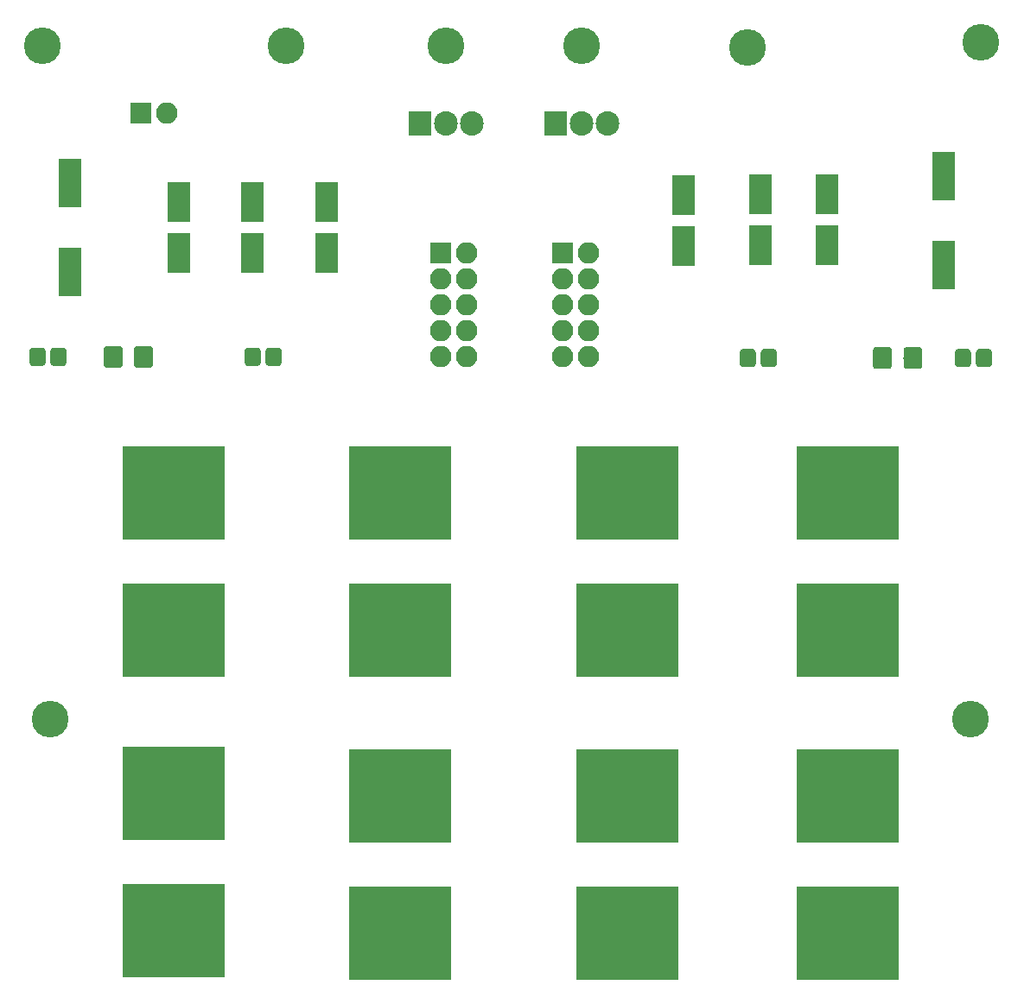
<source format=gbr>
G04 #@! TF.GenerationSoftware,KiCad,Pcbnew,(5.0.0-3-g5ebb6b6)*
G04 #@! TF.CreationDate,2019-02-06T10:52:08+00:00*
G04 #@! TF.ProjectId,AdjustablePSU,41646A75737461626C655053552E6B69,rev?*
G04 #@! TF.SameCoordinates,Original*
G04 #@! TF.FileFunction,Soldermask,Top*
G04 #@! TF.FilePolarity,Negative*
%FSLAX46Y46*%
G04 Gerber Fmt 4.6, Leading zero omitted, Abs format (unit mm)*
G04 Created by KiCad (PCBNEW (5.0.0-3-g5ebb6b6)) date Wednesday, 06 February 2019 at 10:52:08*
%MOMM*%
%LPD*%
G01*
G04 APERTURE LIST*
%ADD10R,2.305000X2.400000*%
%ADD11O,2.305000X2.400000*%
%ADD12R,2.100000X2.100000*%
%ADD13O,2.100000X2.100000*%
%ADD14C,0.100000*%
%ADD15C,1.550000*%
%ADD16R,10.000000X9.200000*%
%ADD17C,1.825000*%
%ADD18R,2.200000X3.900000*%
%ADD19C,3.600000*%
%ADD20R,2.300000X4.800000*%
G04 APERTURE END LIST*
D10*
G04 #@! TO.C,U_POSREG1*
X153035000Y-67310000D03*
D11*
X155575000Y-67310000D03*
X158115000Y-67310000D03*
G04 #@! TD*
D12*
G04 #@! TO.C,J_OUT1*
X141732000Y-80010000D03*
D13*
X144272000Y-80010000D03*
X141732000Y-82550000D03*
X144272000Y-82550000D03*
X141732000Y-85090000D03*
X144272000Y-85090000D03*
X141732000Y-87630000D03*
X144272000Y-87630000D03*
X141732000Y-90170000D03*
X144272000Y-90170000D03*
G04 #@! TD*
D11*
G04 #@! TO.C,U_NEGREG1*
X144780000Y-67310000D03*
X142240000Y-67310000D03*
D10*
X139700000Y-67310000D03*
G04 #@! TD*
D12*
G04 #@! TO.C,J_OUT2*
X153670000Y-80010000D03*
D13*
X156210000Y-80010000D03*
X153670000Y-82550000D03*
X156210000Y-82550000D03*
X153670000Y-85090000D03*
X156210000Y-85090000D03*
X153670000Y-87630000D03*
X156210000Y-87630000D03*
X153670000Y-90170000D03*
X156210000Y-90170000D03*
G04 #@! TD*
D12*
G04 #@! TO.C,J_PWR1*
X112395000Y-66294000D03*
D13*
X114935000Y-66294000D03*
G04 #@! TD*
D14*
G04 #@! TO.C,C_NEG1*
G36*
X125829071Y-89271623D02*
X125861781Y-89276475D01*
X125893857Y-89284509D01*
X125924991Y-89295649D01*
X125954884Y-89309787D01*
X125983247Y-89326787D01*
X126009807Y-89346485D01*
X126034308Y-89368692D01*
X126056515Y-89393193D01*
X126076213Y-89419753D01*
X126093213Y-89448116D01*
X126107351Y-89478009D01*
X126118491Y-89509143D01*
X126126525Y-89541219D01*
X126131377Y-89573929D01*
X126133000Y-89606956D01*
X126133000Y-90733044D01*
X126131377Y-90766071D01*
X126126525Y-90798781D01*
X126118491Y-90830857D01*
X126107351Y-90861991D01*
X126093213Y-90891884D01*
X126076213Y-90920247D01*
X126056515Y-90946807D01*
X126034308Y-90971308D01*
X126009807Y-90993515D01*
X125983247Y-91013213D01*
X125954884Y-91030213D01*
X125924991Y-91044351D01*
X125893857Y-91055491D01*
X125861781Y-91063525D01*
X125829071Y-91068377D01*
X125796044Y-91070000D01*
X124919956Y-91070000D01*
X124886929Y-91068377D01*
X124854219Y-91063525D01*
X124822143Y-91055491D01*
X124791009Y-91044351D01*
X124761116Y-91030213D01*
X124732753Y-91013213D01*
X124706193Y-90993515D01*
X124681692Y-90971308D01*
X124659485Y-90946807D01*
X124639787Y-90920247D01*
X124622787Y-90891884D01*
X124608649Y-90861991D01*
X124597509Y-90830857D01*
X124589475Y-90798781D01*
X124584623Y-90766071D01*
X124583000Y-90733044D01*
X124583000Y-89606956D01*
X124584623Y-89573929D01*
X124589475Y-89541219D01*
X124597509Y-89509143D01*
X124608649Y-89478009D01*
X124622787Y-89448116D01*
X124639787Y-89419753D01*
X124659485Y-89393193D01*
X124681692Y-89368692D01*
X124706193Y-89346485D01*
X124732753Y-89326787D01*
X124761116Y-89309787D01*
X124791009Y-89295649D01*
X124822143Y-89284509D01*
X124854219Y-89276475D01*
X124886929Y-89271623D01*
X124919956Y-89270000D01*
X125796044Y-89270000D01*
X125829071Y-89271623D01*
X125829071Y-89271623D01*
G37*
D15*
X125358000Y-90170000D03*
D14*
G36*
X123779071Y-89271623D02*
X123811781Y-89276475D01*
X123843857Y-89284509D01*
X123874991Y-89295649D01*
X123904884Y-89309787D01*
X123933247Y-89326787D01*
X123959807Y-89346485D01*
X123984308Y-89368692D01*
X124006515Y-89393193D01*
X124026213Y-89419753D01*
X124043213Y-89448116D01*
X124057351Y-89478009D01*
X124068491Y-89509143D01*
X124076525Y-89541219D01*
X124081377Y-89573929D01*
X124083000Y-89606956D01*
X124083000Y-90733044D01*
X124081377Y-90766071D01*
X124076525Y-90798781D01*
X124068491Y-90830857D01*
X124057351Y-90861991D01*
X124043213Y-90891884D01*
X124026213Y-90920247D01*
X124006515Y-90946807D01*
X123984308Y-90971308D01*
X123959807Y-90993515D01*
X123933247Y-91013213D01*
X123904884Y-91030213D01*
X123874991Y-91044351D01*
X123843857Y-91055491D01*
X123811781Y-91063525D01*
X123779071Y-91068377D01*
X123746044Y-91070000D01*
X122869956Y-91070000D01*
X122836929Y-91068377D01*
X122804219Y-91063525D01*
X122772143Y-91055491D01*
X122741009Y-91044351D01*
X122711116Y-91030213D01*
X122682753Y-91013213D01*
X122656193Y-90993515D01*
X122631692Y-90971308D01*
X122609485Y-90946807D01*
X122589787Y-90920247D01*
X122572787Y-90891884D01*
X122558649Y-90861991D01*
X122547509Y-90830857D01*
X122539475Y-90798781D01*
X122534623Y-90766071D01*
X122533000Y-90733044D01*
X122533000Y-89606956D01*
X122534623Y-89573929D01*
X122539475Y-89541219D01*
X122547509Y-89509143D01*
X122558649Y-89478009D01*
X122572787Y-89448116D01*
X122589787Y-89419753D01*
X122609485Y-89393193D01*
X122631692Y-89368692D01*
X122656193Y-89346485D01*
X122682753Y-89326787D01*
X122711116Y-89309787D01*
X122741009Y-89295649D01*
X122772143Y-89284509D01*
X122804219Y-89276475D01*
X122836929Y-89271623D01*
X122869956Y-89270000D01*
X123746044Y-89270000D01*
X123779071Y-89271623D01*
X123779071Y-89271623D01*
G37*
D15*
X123308000Y-90170000D03*
G04 #@! TD*
D16*
G04 #@! TO.C,C_NEG2*
X137795000Y-103486000D03*
X137795000Y-116986000D03*
G04 #@! TD*
G04 #@! TO.C,C_NEG3*
X115570000Y-116986000D03*
X115570000Y-103486000D03*
G04 #@! TD*
G04 #@! TO.C,C_NEG4*
X115570000Y-146450000D03*
X115570000Y-132950000D03*
G04 #@! TD*
G04 #@! TO.C,C_NEG5*
X137795000Y-133204000D03*
X137795000Y-146704000D03*
G04 #@! TD*
D14*
G04 #@! TO.C,C_POS1*
G36*
X174343071Y-89398623D02*
X174375781Y-89403475D01*
X174407857Y-89411509D01*
X174438991Y-89422649D01*
X174468884Y-89436787D01*
X174497247Y-89453787D01*
X174523807Y-89473485D01*
X174548308Y-89495692D01*
X174570515Y-89520193D01*
X174590213Y-89546753D01*
X174607213Y-89575116D01*
X174621351Y-89605009D01*
X174632491Y-89636143D01*
X174640525Y-89668219D01*
X174645377Y-89700929D01*
X174647000Y-89733956D01*
X174647000Y-90860044D01*
X174645377Y-90893071D01*
X174640525Y-90925781D01*
X174632491Y-90957857D01*
X174621351Y-90988991D01*
X174607213Y-91018884D01*
X174590213Y-91047247D01*
X174570515Y-91073807D01*
X174548308Y-91098308D01*
X174523807Y-91120515D01*
X174497247Y-91140213D01*
X174468884Y-91157213D01*
X174438991Y-91171351D01*
X174407857Y-91182491D01*
X174375781Y-91190525D01*
X174343071Y-91195377D01*
X174310044Y-91197000D01*
X173433956Y-91197000D01*
X173400929Y-91195377D01*
X173368219Y-91190525D01*
X173336143Y-91182491D01*
X173305009Y-91171351D01*
X173275116Y-91157213D01*
X173246753Y-91140213D01*
X173220193Y-91120515D01*
X173195692Y-91098308D01*
X173173485Y-91073807D01*
X173153787Y-91047247D01*
X173136787Y-91018884D01*
X173122649Y-90988991D01*
X173111509Y-90957857D01*
X173103475Y-90925781D01*
X173098623Y-90893071D01*
X173097000Y-90860044D01*
X173097000Y-89733956D01*
X173098623Y-89700929D01*
X173103475Y-89668219D01*
X173111509Y-89636143D01*
X173122649Y-89605009D01*
X173136787Y-89575116D01*
X173153787Y-89546753D01*
X173173485Y-89520193D01*
X173195692Y-89495692D01*
X173220193Y-89473485D01*
X173246753Y-89453787D01*
X173275116Y-89436787D01*
X173305009Y-89422649D01*
X173336143Y-89411509D01*
X173368219Y-89403475D01*
X173400929Y-89398623D01*
X173433956Y-89397000D01*
X174310044Y-89397000D01*
X174343071Y-89398623D01*
X174343071Y-89398623D01*
G37*
D15*
X173872000Y-90297000D03*
D14*
G36*
X172293071Y-89398623D02*
X172325781Y-89403475D01*
X172357857Y-89411509D01*
X172388991Y-89422649D01*
X172418884Y-89436787D01*
X172447247Y-89453787D01*
X172473807Y-89473485D01*
X172498308Y-89495692D01*
X172520515Y-89520193D01*
X172540213Y-89546753D01*
X172557213Y-89575116D01*
X172571351Y-89605009D01*
X172582491Y-89636143D01*
X172590525Y-89668219D01*
X172595377Y-89700929D01*
X172597000Y-89733956D01*
X172597000Y-90860044D01*
X172595377Y-90893071D01*
X172590525Y-90925781D01*
X172582491Y-90957857D01*
X172571351Y-90988991D01*
X172557213Y-91018884D01*
X172540213Y-91047247D01*
X172520515Y-91073807D01*
X172498308Y-91098308D01*
X172473807Y-91120515D01*
X172447247Y-91140213D01*
X172418884Y-91157213D01*
X172388991Y-91171351D01*
X172357857Y-91182491D01*
X172325781Y-91190525D01*
X172293071Y-91195377D01*
X172260044Y-91197000D01*
X171383956Y-91197000D01*
X171350929Y-91195377D01*
X171318219Y-91190525D01*
X171286143Y-91182491D01*
X171255009Y-91171351D01*
X171225116Y-91157213D01*
X171196753Y-91140213D01*
X171170193Y-91120515D01*
X171145692Y-91098308D01*
X171123485Y-91073807D01*
X171103787Y-91047247D01*
X171086787Y-91018884D01*
X171072649Y-90988991D01*
X171061509Y-90957857D01*
X171053475Y-90925781D01*
X171048623Y-90893071D01*
X171047000Y-90860044D01*
X171047000Y-89733956D01*
X171048623Y-89700929D01*
X171053475Y-89668219D01*
X171061509Y-89636143D01*
X171072649Y-89605009D01*
X171086787Y-89575116D01*
X171103787Y-89546753D01*
X171123485Y-89520193D01*
X171145692Y-89495692D01*
X171170193Y-89473485D01*
X171196753Y-89453787D01*
X171225116Y-89436787D01*
X171255009Y-89422649D01*
X171286143Y-89411509D01*
X171318219Y-89403475D01*
X171350929Y-89398623D01*
X171383956Y-89397000D01*
X172260044Y-89397000D01*
X172293071Y-89398623D01*
X172293071Y-89398623D01*
G37*
D15*
X171822000Y-90297000D03*
G04 #@! TD*
D16*
G04 #@! TO.C,C_POS2*
X160020000Y-146704000D03*
X160020000Y-133204000D03*
G04 #@! TD*
G04 #@! TO.C,C_POS3*
X160020000Y-116986000D03*
X160020000Y-103486000D03*
G04 #@! TD*
G04 #@! TO.C,C_POS4*
X181610000Y-146704000D03*
X181610000Y-133204000D03*
G04 #@! TD*
G04 #@! TO.C,C_POS5*
X181610000Y-116986000D03*
X181610000Y-103486000D03*
G04 #@! TD*
D14*
G04 #@! TO.C,D_NEG4*
G36*
X110261207Y-89096542D02*
X110292287Y-89101152D01*
X110322766Y-89108787D01*
X110352350Y-89119372D01*
X110380754Y-89132806D01*
X110407704Y-89148959D01*
X110432942Y-89167677D01*
X110456223Y-89188777D01*
X110477323Y-89212058D01*
X110496041Y-89237296D01*
X110512194Y-89264246D01*
X110525628Y-89292650D01*
X110536213Y-89322234D01*
X110543848Y-89352713D01*
X110548458Y-89383793D01*
X110550000Y-89415176D01*
X110550000Y-90924824D01*
X110548458Y-90956207D01*
X110543848Y-90987287D01*
X110536213Y-91017766D01*
X110525628Y-91047350D01*
X110512194Y-91075754D01*
X110496041Y-91102704D01*
X110477323Y-91127942D01*
X110456223Y-91151223D01*
X110432942Y-91172323D01*
X110407704Y-91191041D01*
X110380754Y-91207194D01*
X110352350Y-91220628D01*
X110322766Y-91231213D01*
X110292287Y-91238848D01*
X110261207Y-91243458D01*
X110229824Y-91245000D01*
X109045176Y-91245000D01*
X109013793Y-91243458D01*
X108982713Y-91238848D01*
X108952234Y-91231213D01*
X108922650Y-91220628D01*
X108894246Y-91207194D01*
X108867296Y-91191041D01*
X108842058Y-91172323D01*
X108818777Y-91151223D01*
X108797677Y-91127942D01*
X108778959Y-91102704D01*
X108762806Y-91075754D01*
X108749372Y-91047350D01*
X108738787Y-91017766D01*
X108731152Y-90987287D01*
X108726542Y-90956207D01*
X108725000Y-90924824D01*
X108725000Y-89415176D01*
X108726542Y-89383793D01*
X108731152Y-89352713D01*
X108738787Y-89322234D01*
X108749372Y-89292650D01*
X108762806Y-89264246D01*
X108778959Y-89237296D01*
X108797677Y-89212058D01*
X108818777Y-89188777D01*
X108842058Y-89167677D01*
X108867296Y-89148959D01*
X108894246Y-89132806D01*
X108922650Y-89119372D01*
X108952234Y-89108787D01*
X108982713Y-89101152D01*
X109013793Y-89096542D01*
X109045176Y-89095000D01*
X110229824Y-89095000D01*
X110261207Y-89096542D01*
X110261207Y-89096542D01*
G37*
D17*
X109637500Y-90170000D03*
D14*
G36*
X113236207Y-89096542D02*
X113267287Y-89101152D01*
X113297766Y-89108787D01*
X113327350Y-89119372D01*
X113355754Y-89132806D01*
X113382704Y-89148959D01*
X113407942Y-89167677D01*
X113431223Y-89188777D01*
X113452323Y-89212058D01*
X113471041Y-89237296D01*
X113487194Y-89264246D01*
X113500628Y-89292650D01*
X113511213Y-89322234D01*
X113518848Y-89352713D01*
X113523458Y-89383793D01*
X113525000Y-89415176D01*
X113525000Y-90924824D01*
X113523458Y-90956207D01*
X113518848Y-90987287D01*
X113511213Y-91017766D01*
X113500628Y-91047350D01*
X113487194Y-91075754D01*
X113471041Y-91102704D01*
X113452323Y-91127942D01*
X113431223Y-91151223D01*
X113407942Y-91172323D01*
X113382704Y-91191041D01*
X113355754Y-91207194D01*
X113327350Y-91220628D01*
X113297766Y-91231213D01*
X113267287Y-91238848D01*
X113236207Y-91243458D01*
X113204824Y-91245000D01*
X112020176Y-91245000D01*
X111988793Y-91243458D01*
X111957713Y-91238848D01*
X111927234Y-91231213D01*
X111897650Y-91220628D01*
X111869246Y-91207194D01*
X111842296Y-91191041D01*
X111817058Y-91172323D01*
X111793777Y-91151223D01*
X111772677Y-91127942D01*
X111753959Y-91102704D01*
X111737806Y-91075754D01*
X111724372Y-91047350D01*
X111713787Y-91017766D01*
X111706152Y-90987287D01*
X111701542Y-90956207D01*
X111700000Y-90924824D01*
X111700000Y-89415176D01*
X111701542Y-89383793D01*
X111706152Y-89352713D01*
X111713787Y-89322234D01*
X111724372Y-89292650D01*
X111737806Y-89264246D01*
X111753959Y-89237296D01*
X111772677Y-89212058D01*
X111793777Y-89188777D01*
X111817058Y-89167677D01*
X111842296Y-89148959D01*
X111869246Y-89132806D01*
X111897650Y-89119372D01*
X111927234Y-89108787D01*
X111957713Y-89101152D01*
X111988793Y-89096542D01*
X112020176Y-89095000D01*
X113204824Y-89095000D01*
X113236207Y-89096542D01*
X113236207Y-89096542D01*
G37*
D17*
X112612500Y-90170000D03*
G04 #@! TD*
D14*
G04 #@! TO.C,D_POS4*
G36*
X188610707Y-89223542D02*
X188641787Y-89228152D01*
X188672266Y-89235787D01*
X188701850Y-89246372D01*
X188730254Y-89259806D01*
X188757204Y-89275959D01*
X188782442Y-89294677D01*
X188805723Y-89315777D01*
X188826823Y-89339058D01*
X188845541Y-89364296D01*
X188861694Y-89391246D01*
X188875128Y-89419650D01*
X188885713Y-89449234D01*
X188893348Y-89479713D01*
X188897958Y-89510793D01*
X188899500Y-89542176D01*
X188899500Y-91051824D01*
X188897958Y-91083207D01*
X188893348Y-91114287D01*
X188885713Y-91144766D01*
X188875128Y-91174350D01*
X188861694Y-91202754D01*
X188845541Y-91229704D01*
X188826823Y-91254942D01*
X188805723Y-91278223D01*
X188782442Y-91299323D01*
X188757204Y-91318041D01*
X188730254Y-91334194D01*
X188701850Y-91347628D01*
X188672266Y-91358213D01*
X188641787Y-91365848D01*
X188610707Y-91370458D01*
X188579324Y-91372000D01*
X187394676Y-91372000D01*
X187363293Y-91370458D01*
X187332213Y-91365848D01*
X187301734Y-91358213D01*
X187272150Y-91347628D01*
X187243746Y-91334194D01*
X187216796Y-91318041D01*
X187191558Y-91299323D01*
X187168277Y-91278223D01*
X187147177Y-91254942D01*
X187128459Y-91229704D01*
X187112306Y-91202754D01*
X187098872Y-91174350D01*
X187088287Y-91144766D01*
X187080652Y-91114287D01*
X187076042Y-91083207D01*
X187074500Y-91051824D01*
X187074500Y-89542176D01*
X187076042Y-89510793D01*
X187080652Y-89479713D01*
X187088287Y-89449234D01*
X187098872Y-89419650D01*
X187112306Y-89391246D01*
X187128459Y-89364296D01*
X187147177Y-89339058D01*
X187168277Y-89315777D01*
X187191558Y-89294677D01*
X187216796Y-89275959D01*
X187243746Y-89259806D01*
X187272150Y-89246372D01*
X187301734Y-89235787D01*
X187332213Y-89228152D01*
X187363293Y-89223542D01*
X187394676Y-89222000D01*
X188579324Y-89222000D01*
X188610707Y-89223542D01*
X188610707Y-89223542D01*
G37*
D17*
X187987000Y-90297000D03*
D14*
G36*
X185635707Y-89223542D02*
X185666787Y-89228152D01*
X185697266Y-89235787D01*
X185726850Y-89246372D01*
X185755254Y-89259806D01*
X185782204Y-89275959D01*
X185807442Y-89294677D01*
X185830723Y-89315777D01*
X185851823Y-89339058D01*
X185870541Y-89364296D01*
X185886694Y-89391246D01*
X185900128Y-89419650D01*
X185910713Y-89449234D01*
X185918348Y-89479713D01*
X185922958Y-89510793D01*
X185924500Y-89542176D01*
X185924500Y-91051824D01*
X185922958Y-91083207D01*
X185918348Y-91114287D01*
X185910713Y-91144766D01*
X185900128Y-91174350D01*
X185886694Y-91202754D01*
X185870541Y-91229704D01*
X185851823Y-91254942D01*
X185830723Y-91278223D01*
X185807442Y-91299323D01*
X185782204Y-91318041D01*
X185755254Y-91334194D01*
X185726850Y-91347628D01*
X185697266Y-91358213D01*
X185666787Y-91365848D01*
X185635707Y-91370458D01*
X185604324Y-91372000D01*
X184419676Y-91372000D01*
X184388293Y-91370458D01*
X184357213Y-91365848D01*
X184326734Y-91358213D01*
X184297150Y-91347628D01*
X184268746Y-91334194D01*
X184241796Y-91318041D01*
X184216558Y-91299323D01*
X184193277Y-91278223D01*
X184172177Y-91254942D01*
X184153459Y-91229704D01*
X184137306Y-91202754D01*
X184123872Y-91174350D01*
X184113287Y-91144766D01*
X184105652Y-91114287D01*
X184101042Y-91083207D01*
X184099500Y-91051824D01*
X184099500Y-89542176D01*
X184101042Y-89510793D01*
X184105652Y-89479713D01*
X184113287Y-89449234D01*
X184123872Y-89419650D01*
X184137306Y-89391246D01*
X184153459Y-89364296D01*
X184172177Y-89339058D01*
X184193277Y-89315777D01*
X184216558Y-89294677D01*
X184241796Y-89275959D01*
X184268746Y-89259806D01*
X184297150Y-89246372D01*
X184326734Y-89235787D01*
X184357213Y-89228152D01*
X184388293Y-89223542D01*
X184419676Y-89222000D01*
X185604324Y-89222000D01*
X185635707Y-89223542D01*
X185635707Y-89223542D01*
G37*
D17*
X185012000Y-90297000D03*
G04 #@! TD*
D14*
G04 #@! TO.C,R_NEG1*
G36*
X102697071Y-89271623D02*
X102729781Y-89276475D01*
X102761857Y-89284509D01*
X102792991Y-89295649D01*
X102822884Y-89309787D01*
X102851247Y-89326787D01*
X102877807Y-89346485D01*
X102902308Y-89368692D01*
X102924515Y-89393193D01*
X102944213Y-89419753D01*
X102961213Y-89448116D01*
X102975351Y-89478009D01*
X102986491Y-89509143D01*
X102994525Y-89541219D01*
X102999377Y-89573929D01*
X103001000Y-89606956D01*
X103001000Y-90733044D01*
X102999377Y-90766071D01*
X102994525Y-90798781D01*
X102986491Y-90830857D01*
X102975351Y-90861991D01*
X102961213Y-90891884D01*
X102944213Y-90920247D01*
X102924515Y-90946807D01*
X102902308Y-90971308D01*
X102877807Y-90993515D01*
X102851247Y-91013213D01*
X102822884Y-91030213D01*
X102792991Y-91044351D01*
X102761857Y-91055491D01*
X102729781Y-91063525D01*
X102697071Y-91068377D01*
X102664044Y-91070000D01*
X101787956Y-91070000D01*
X101754929Y-91068377D01*
X101722219Y-91063525D01*
X101690143Y-91055491D01*
X101659009Y-91044351D01*
X101629116Y-91030213D01*
X101600753Y-91013213D01*
X101574193Y-90993515D01*
X101549692Y-90971308D01*
X101527485Y-90946807D01*
X101507787Y-90920247D01*
X101490787Y-90891884D01*
X101476649Y-90861991D01*
X101465509Y-90830857D01*
X101457475Y-90798781D01*
X101452623Y-90766071D01*
X101451000Y-90733044D01*
X101451000Y-89606956D01*
X101452623Y-89573929D01*
X101457475Y-89541219D01*
X101465509Y-89509143D01*
X101476649Y-89478009D01*
X101490787Y-89448116D01*
X101507787Y-89419753D01*
X101527485Y-89393193D01*
X101549692Y-89368692D01*
X101574193Y-89346485D01*
X101600753Y-89326787D01*
X101629116Y-89309787D01*
X101659009Y-89295649D01*
X101690143Y-89284509D01*
X101722219Y-89276475D01*
X101754929Y-89271623D01*
X101787956Y-89270000D01*
X102664044Y-89270000D01*
X102697071Y-89271623D01*
X102697071Y-89271623D01*
G37*
D15*
X102226000Y-90170000D03*
D14*
G36*
X104747071Y-89271623D02*
X104779781Y-89276475D01*
X104811857Y-89284509D01*
X104842991Y-89295649D01*
X104872884Y-89309787D01*
X104901247Y-89326787D01*
X104927807Y-89346485D01*
X104952308Y-89368692D01*
X104974515Y-89393193D01*
X104994213Y-89419753D01*
X105011213Y-89448116D01*
X105025351Y-89478009D01*
X105036491Y-89509143D01*
X105044525Y-89541219D01*
X105049377Y-89573929D01*
X105051000Y-89606956D01*
X105051000Y-90733044D01*
X105049377Y-90766071D01*
X105044525Y-90798781D01*
X105036491Y-90830857D01*
X105025351Y-90861991D01*
X105011213Y-90891884D01*
X104994213Y-90920247D01*
X104974515Y-90946807D01*
X104952308Y-90971308D01*
X104927807Y-90993515D01*
X104901247Y-91013213D01*
X104872884Y-91030213D01*
X104842991Y-91044351D01*
X104811857Y-91055491D01*
X104779781Y-91063525D01*
X104747071Y-91068377D01*
X104714044Y-91070000D01*
X103837956Y-91070000D01*
X103804929Y-91068377D01*
X103772219Y-91063525D01*
X103740143Y-91055491D01*
X103709009Y-91044351D01*
X103679116Y-91030213D01*
X103650753Y-91013213D01*
X103624193Y-90993515D01*
X103599692Y-90971308D01*
X103577485Y-90946807D01*
X103557787Y-90920247D01*
X103540787Y-90891884D01*
X103526649Y-90861991D01*
X103515509Y-90830857D01*
X103507475Y-90798781D01*
X103502623Y-90766071D01*
X103501000Y-90733044D01*
X103501000Y-89606956D01*
X103502623Y-89573929D01*
X103507475Y-89541219D01*
X103515509Y-89509143D01*
X103526649Y-89478009D01*
X103540787Y-89448116D01*
X103557787Y-89419753D01*
X103577485Y-89393193D01*
X103599692Y-89368692D01*
X103624193Y-89346485D01*
X103650753Y-89326787D01*
X103679116Y-89309787D01*
X103709009Y-89295649D01*
X103740143Y-89284509D01*
X103772219Y-89276475D01*
X103804929Y-89271623D01*
X103837956Y-89270000D01*
X104714044Y-89270000D01*
X104747071Y-89271623D01*
X104747071Y-89271623D01*
G37*
D15*
X104276000Y-90170000D03*
G04 #@! TD*
D14*
G04 #@! TO.C,R_POS1*
G36*
X193375071Y-89398623D02*
X193407781Y-89403475D01*
X193439857Y-89411509D01*
X193470991Y-89422649D01*
X193500884Y-89436787D01*
X193529247Y-89453787D01*
X193555807Y-89473485D01*
X193580308Y-89495692D01*
X193602515Y-89520193D01*
X193622213Y-89546753D01*
X193639213Y-89575116D01*
X193653351Y-89605009D01*
X193664491Y-89636143D01*
X193672525Y-89668219D01*
X193677377Y-89700929D01*
X193679000Y-89733956D01*
X193679000Y-90860044D01*
X193677377Y-90893071D01*
X193672525Y-90925781D01*
X193664491Y-90957857D01*
X193653351Y-90988991D01*
X193639213Y-91018884D01*
X193622213Y-91047247D01*
X193602515Y-91073807D01*
X193580308Y-91098308D01*
X193555807Y-91120515D01*
X193529247Y-91140213D01*
X193500884Y-91157213D01*
X193470991Y-91171351D01*
X193439857Y-91182491D01*
X193407781Y-91190525D01*
X193375071Y-91195377D01*
X193342044Y-91197000D01*
X192465956Y-91197000D01*
X192432929Y-91195377D01*
X192400219Y-91190525D01*
X192368143Y-91182491D01*
X192337009Y-91171351D01*
X192307116Y-91157213D01*
X192278753Y-91140213D01*
X192252193Y-91120515D01*
X192227692Y-91098308D01*
X192205485Y-91073807D01*
X192185787Y-91047247D01*
X192168787Y-91018884D01*
X192154649Y-90988991D01*
X192143509Y-90957857D01*
X192135475Y-90925781D01*
X192130623Y-90893071D01*
X192129000Y-90860044D01*
X192129000Y-89733956D01*
X192130623Y-89700929D01*
X192135475Y-89668219D01*
X192143509Y-89636143D01*
X192154649Y-89605009D01*
X192168787Y-89575116D01*
X192185787Y-89546753D01*
X192205485Y-89520193D01*
X192227692Y-89495692D01*
X192252193Y-89473485D01*
X192278753Y-89453787D01*
X192307116Y-89436787D01*
X192337009Y-89422649D01*
X192368143Y-89411509D01*
X192400219Y-89403475D01*
X192432929Y-89398623D01*
X192465956Y-89397000D01*
X193342044Y-89397000D01*
X193375071Y-89398623D01*
X193375071Y-89398623D01*
G37*
D15*
X192904000Y-90297000D03*
D14*
G36*
X195425071Y-89398623D02*
X195457781Y-89403475D01*
X195489857Y-89411509D01*
X195520991Y-89422649D01*
X195550884Y-89436787D01*
X195579247Y-89453787D01*
X195605807Y-89473485D01*
X195630308Y-89495692D01*
X195652515Y-89520193D01*
X195672213Y-89546753D01*
X195689213Y-89575116D01*
X195703351Y-89605009D01*
X195714491Y-89636143D01*
X195722525Y-89668219D01*
X195727377Y-89700929D01*
X195729000Y-89733956D01*
X195729000Y-90860044D01*
X195727377Y-90893071D01*
X195722525Y-90925781D01*
X195714491Y-90957857D01*
X195703351Y-90988991D01*
X195689213Y-91018884D01*
X195672213Y-91047247D01*
X195652515Y-91073807D01*
X195630308Y-91098308D01*
X195605807Y-91120515D01*
X195579247Y-91140213D01*
X195550884Y-91157213D01*
X195520991Y-91171351D01*
X195489857Y-91182491D01*
X195457781Y-91190525D01*
X195425071Y-91195377D01*
X195392044Y-91197000D01*
X194515956Y-91197000D01*
X194482929Y-91195377D01*
X194450219Y-91190525D01*
X194418143Y-91182491D01*
X194387009Y-91171351D01*
X194357116Y-91157213D01*
X194328753Y-91140213D01*
X194302193Y-91120515D01*
X194277692Y-91098308D01*
X194255485Y-91073807D01*
X194235787Y-91047247D01*
X194218787Y-91018884D01*
X194204649Y-90988991D01*
X194193509Y-90957857D01*
X194185475Y-90925781D01*
X194180623Y-90893071D01*
X194179000Y-90860044D01*
X194179000Y-89733956D01*
X194180623Y-89700929D01*
X194185475Y-89668219D01*
X194193509Y-89636143D01*
X194204649Y-89605009D01*
X194218787Y-89575116D01*
X194235787Y-89546753D01*
X194255485Y-89520193D01*
X194277692Y-89495692D01*
X194302193Y-89473485D01*
X194328753Y-89453787D01*
X194357116Y-89436787D01*
X194387009Y-89422649D01*
X194418143Y-89411509D01*
X194450219Y-89403475D01*
X194482929Y-89398623D01*
X194515956Y-89397000D01*
X195392044Y-89397000D01*
X195425071Y-89398623D01*
X195425071Y-89398623D01*
G37*
D15*
X194954000Y-90297000D03*
G04 #@! TD*
D18*
G04 #@! TO.C,D_NEG1*
X130556000Y-79970000D03*
X130556000Y-74970000D03*
G04 #@! TD*
G04 #@! TO.C,D_NEG2*
X123291600Y-79970000D03*
X123291600Y-74970000D03*
G04 #@! TD*
G04 #@! TO.C,D_NEG3*
X116078000Y-74970000D03*
X116078000Y-79970000D03*
G04 #@! TD*
G04 #@! TO.C,D_POS1*
X165557200Y-79335000D03*
X165557200Y-74335000D03*
G04 #@! TD*
G04 #@! TO.C,D_POS2*
X173075600Y-79258800D03*
X173075600Y-74258800D03*
G04 #@! TD*
G04 #@! TO.C,D_POS3*
X179578000Y-74208000D03*
X179578000Y-79208000D03*
G04 #@! TD*
D19*
G04 #@! TO.C,REF\002A\002A*
X171831000Y-59817000D03*
G04 #@! TD*
G04 #@! TO.C,REF\002A\002A*
X126619000Y-59690000D03*
G04 #@! TD*
G04 #@! TO.C,REF\002A\002A*
X102743000Y-59690000D03*
G04 #@! TD*
G04 #@! TO.C,REF\002A\002A*
X194691000Y-59309000D03*
G04 #@! TD*
G04 #@! TO.C,REF\002A\002A*
X193675000Y-125730000D03*
G04 #@! TD*
G04 #@! TO.C,REF\002A\002A*
X103505000Y-125730000D03*
G04 #@! TD*
G04 #@! TO.C,REF\002A\002A*
X142240000Y-59690000D03*
G04 #@! TD*
G04 #@! TO.C,REF\002A\002A*
X155575000Y-59690000D03*
G04 #@! TD*
D20*
G04 #@! TO.C,C_NEG6*
X105410000Y-81820000D03*
X105410000Y-73120000D03*
G04 #@! TD*
G04 #@! TO.C,C_POS6*
X191008000Y-81185000D03*
X191008000Y-72485000D03*
G04 #@! TD*
M02*

</source>
